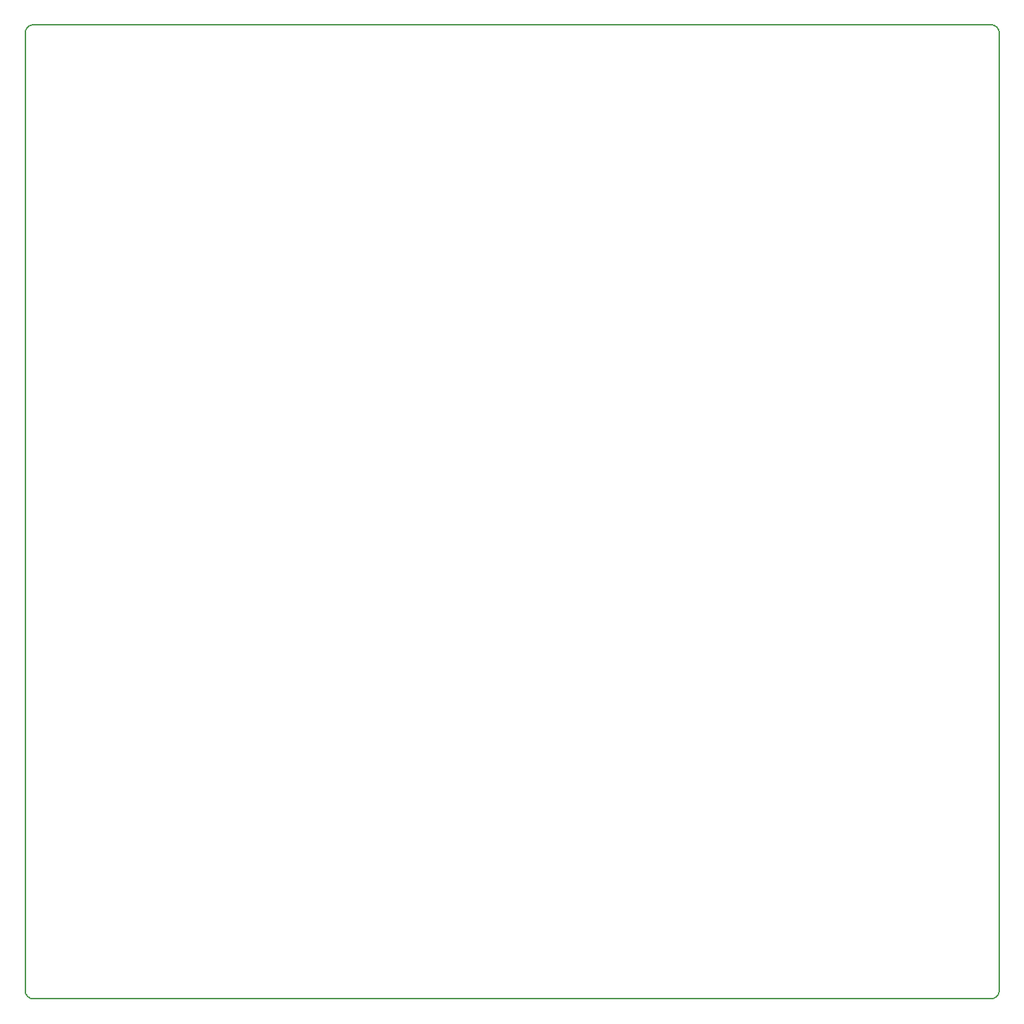
<source format=gbr>
G04 #@! TF.FileFunction,Other,User*
%FSLAX46Y46*%
G04 Gerber Fmt 4.6, Leading zero omitted, Abs format (unit mm)*
G04 Created by KiCad (PCBNEW 4.0.6) date 12/17/17 22:53:38*
%MOMM*%
%LPD*%
G01*
G04 APERTURE LIST*
%ADD10C,0.100000*%
%ADD11C,0.200000*%
G04 APERTURE END LIST*
D10*
D11*
X159000000Y-160000000D02*
G75*
G03X160000000Y-159000000I0J1000000D01*
G01*
X160000000Y-41000000D02*
G75*
G03X159000000Y-40000000I-1000000J0D01*
G01*
X41000000Y-40000000D02*
G75*
G03X40000000Y-41000000I0J-1000000D01*
G01*
X40000000Y-159000000D02*
G75*
G03X41000000Y-160000000I1000000J0D01*
G01*
X41000000Y-160000000D02*
X159000000Y-160000000D01*
X40000000Y-41000000D02*
X40000000Y-159000000D01*
X160000000Y-41000000D02*
X160000000Y-159000000D01*
X159000000Y-40000000D02*
X41000000Y-40000000D01*
M02*

</source>
